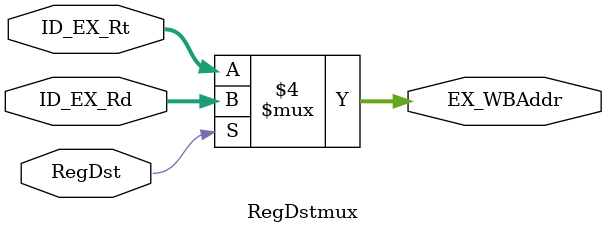
<source format=v>
`timescale 1ns / 1ps


module RegDstmux(
    input RegDst,
    input [4:0]ID_EX_Rt,
    input [4:0]ID_EX_Rd,
    output reg [4:0]EX_WBAddr
);
    always@(*) begin
        if(RegDst == 1) begin
            EX_WBAddr = ID_EX_Rd;
        end
        else begin
            EX_WBAddr = ID_EX_Rt;
        end
    end
endmodule
</source>
